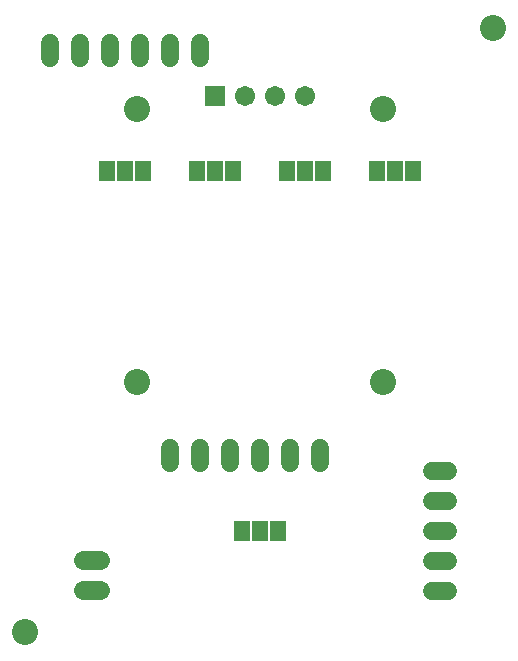
<source format=gbr>
G04 EAGLE Gerber RS-274X export*
G75*
%MOMM*%
%FSLAX34Y34*%
%LPD*%
%INSoldermask Bottom*%
%IPPOS*%
%AMOC8*
5,1,8,0,0,1.08239X$1,22.5*%
G01*
%ADD10C,2.203200*%
%ADD11R,1.371600X1.803400*%
%ADD12C,1.524000*%
%ADD13R,1.711200X1.711200*%
%ADD14C,1.711200*%
%ADD15C,1.625600*%


D10*
X577850Y628650D03*
X182316Y117203D03*
D11*
X281940Y508000D03*
X266700Y508000D03*
X251460Y508000D03*
X358140Y508000D03*
X342900Y508000D03*
X327660Y508000D03*
X434340Y508000D03*
X419100Y508000D03*
X403860Y508000D03*
X510540Y508000D03*
X495300Y508000D03*
X480060Y508000D03*
D12*
X203200Y602996D02*
X203200Y616204D01*
X228600Y616204D02*
X228600Y602996D01*
X254000Y602996D02*
X254000Y616204D01*
X279400Y616204D02*
X279400Y602996D01*
X304800Y602996D02*
X304800Y616204D01*
X330200Y616204D02*
X330200Y602996D01*
D13*
X342900Y571500D03*
D14*
X368300Y571500D03*
X393700Y571500D03*
X419100Y571500D03*
D10*
X276860Y560070D03*
X485140Y560070D03*
X485140Y328930D03*
X276860Y328930D03*
D12*
X526796Y254000D02*
X540004Y254000D01*
X540004Y228600D02*
X526796Y228600D01*
X526796Y203200D02*
X540004Y203200D01*
X540004Y177800D02*
X526796Y177800D01*
X526796Y152400D02*
X540004Y152400D01*
D15*
X245494Y152830D02*
X231270Y152830D01*
X231270Y178230D02*
X245494Y178230D01*
D12*
X304800Y260096D02*
X304800Y273304D01*
X330200Y273304D02*
X330200Y260096D01*
X355600Y260096D02*
X355600Y273304D01*
X381000Y273304D02*
X381000Y260096D01*
X406400Y260096D02*
X406400Y273304D01*
X431800Y273304D02*
X431800Y260096D01*
D11*
X396240Y203200D03*
X381000Y203200D03*
X365760Y203200D03*
M02*

</source>
